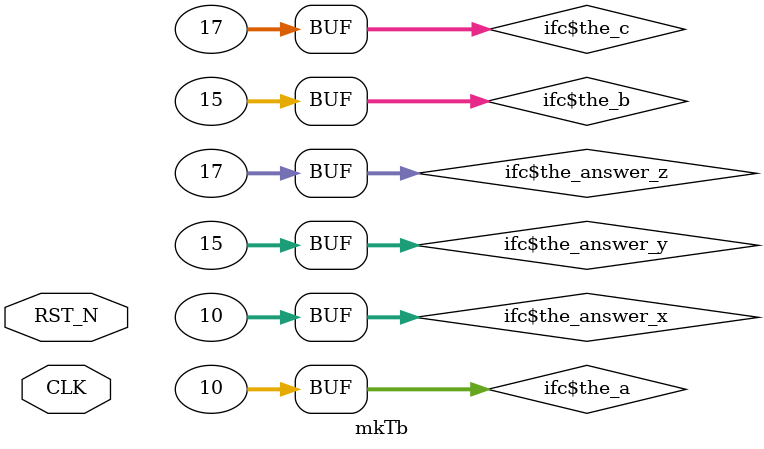
<source format=v>

`ifdef BSV_ASSIGNMENT_DELAY
`else
  `define BSV_ASSIGNMENT_DELAY
`endif

`ifdef BSV_POSITIVE_RESET
  `define BSV_RESET_VALUE 1'b1
  `define BSV_RESET_EDGE posedge
`else
  `define BSV_RESET_VALUE 1'b0
  `define BSV_RESET_EDGE negedge
`endif

module mkTb(CLK,
	    RST_N);
  input  CLK;
  input  RST_N;

  // ports of submodule ifc
  wire [31 : 0] ifc$the,
		ifc$the_a,
		ifc$the_answer,
		ifc$the_answer_x,
		ifc$the_answer_y,
		ifc$the_answer_z,
		ifc$the_b,
		ifc$the_c;

  // submodule ifc
  mkModuleDeepThought ifc(.CLK(CLK),
			  .RST_N(RST_N),
			  .the_a(ifc$the_a),
			  .the_answer_x(ifc$the_answer_x),
			  .the_answer_y(ifc$the_answer_y),
			  .the_answer_z(ifc$the_answer_z),
			  .the_b(ifc$the_b),
			  .the_c(ifc$the_c),
			  .the_answer(ifc$the_answer),
			  .RDY_the_answer(),
			  .the(ifc$the),
			  .RDY_the());

  // submodule ifc
  assign ifc$the_a = 32'd10 ;
  assign ifc$the_answer_x = 32'd10 ;
  assign ifc$the_answer_y = 32'd15 ;
  assign ifc$the_answer_z = 32'd17 ;
  assign ifc$the_b = 32'd15 ;
  assign ifc$the_c = 32'd17 ;

  // handling of system tasks

  // synopsys translate_off
  always@(negedge CLK)
  begin
    #0;
    $display("Hello World! The answer is: %0d", $signed(ifc$the_answer));
    $display("Hello World! The answer is: %0d", $signed(ifc$the));
    $finish(32'd0);
  end
  // synopsys translate_on
endmodule  // mkTb


</source>
